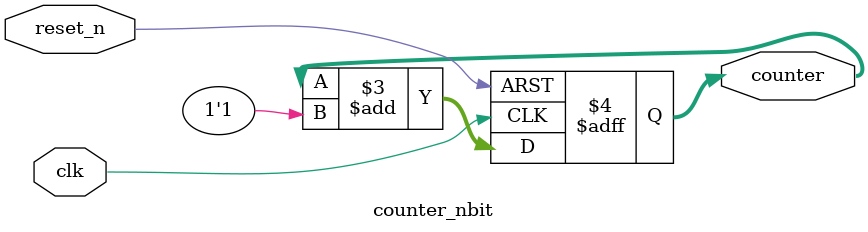
<source format=v>
module counter_nbit 
#(parameter N = 4)
(
    input clk, 
    input reset_n,
    output reg [N-1:0] counter
);

    // always use non-blocking assignments for sequential logic
    always @(posedge clk or negedge reset_n) begin 
        if (!reset_n) begin 
            counter <= 0; 
        end else begin 
            counter <= counter + 1'b1; // this works and the counter resets beacuse unsigned
        end 
    end 
endmodule 
</source>
